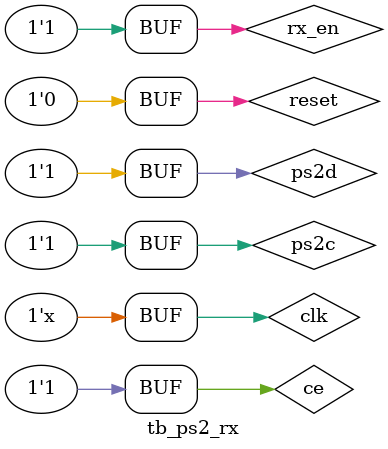
<source format=v>

module tb_ps2_rx;

	// Inputs
	reg clk;
	reg reset;
	reg ps2d;
	reg ps2c;
	reg rx_en;

	// Outputs
	wire [7:0] dout;
	wire rx_done_tick;
	
	reg ce;

	// Instantiate the Unit Under Test (UUT)
	ps2_rx uut (
		.clk(clk), 
		.reset(reset), 
		.ps2d(ps2d), 
		.ps2c(ps2c), 
		.rx_en(rx_en),
		.dout(dout),
		.rx_done_tick(rx_done_tick)
	);

	always #10 clk = !clk;
	always #2500 ps2c = !ps2c | ce;


	initial begin
		// Initialize Inputs
		clk = 0;
		reset = 1;
		#10 reset = 0;
		ps2d = 1;
		ps2c = 1;
		ce = 1;
		rx_en = 1;
		ce = 1;
		
		//45h 0100 0101
		#5000 ce =0;ps2d = 0;
		
		#5000 ps2d = 1;
		#5000 ps2d = 0;
		#5000 ps2d = 1;
		#5000 ps2d = 0;
		
		#5000 ps2d = 0;
		#5000 ps2d = 0;
		#5000 ps2d = 1;
		#5000 ps2d = 0;
		
		#5000 ps2d = 1;
		#5000 ps2d = 1;
		
		#5000 ce = 1;
		
	end
      
endmodule


</source>
